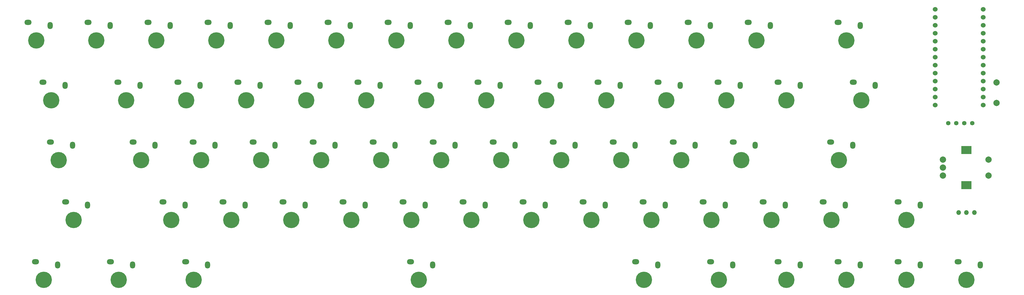
<source format=gts>
G04 #@! TF.GenerationSoftware,KiCad,Pcbnew,(5.1.12)-1*
G04 #@! TF.CreationDate,2023-09-29T20:02:25+09:00*
G04 #@! TF.ProjectId,JTNK66L,4a544e4b-3636-44c2-9e6b-696361645f70,rev?*
G04 #@! TF.SameCoordinates,Original*
G04 #@! TF.FileFunction,Soldermask,Top*
G04 #@! TF.FilePolarity,Negative*
%FSLAX46Y46*%
G04 Gerber Fmt 4.6, Leading zero omitted, Abs format (unit mm)*
G04 Created by KiCad (PCBNEW (5.1.12)-1) date 2023-09-29 20:02:25*
%MOMM*%
%LPD*%
G01*
G04 APERTURE LIST*
%ADD10O,1.650000X2.300000*%
%ADD11O,2.300000X1.650000*%
%ADD12C,5.200000*%
%ADD13C,2.000000*%
%ADD14R,3.200000X2.500000*%
%ADD15C,1.524000*%
%ADD16C,1.397000*%
%ADD17O,1.500000X1.500000*%
G04 APERTURE END LIST*
D10*
X328250000Y-100075000D03*
D11*
X321250000Y-99025000D03*
D12*
X323850000Y-104775000D03*
D13*
X330850000Y-71556200D03*
X330850000Y-66556200D03*
D14*
X323850000Y-74656200D03*
X323850000Y-63456200D03*
D13*
X316350000Y-71556200D03*
X316350000Y-69056200D03*
X316350000Y-66556200D03*
D15*
X313905400Y-18700800D03*
X329125400Y-18700800D03*
X329125400Y-21240800D03*
X329125400Y-23780800D03*
X329125400Y-26320800D03*
X329125400Y-28860800D03*
X329125400Y-31400800D03*
X329125400Y-33940800D03*
X329125400Y-36480800D03*
X329125400Y-39020800D03*
X329125400Y-41560800D03*
X329125400Y-44100800D03*
X329125400Y-46640800D03*
X329125400Y-49180800D03*
X313905400Y-49180800D03*
X313905400Y-46640800D03*
X313905400Y-44100800D03*
X313905400Y-41560800D03*
X313905400Y-39020800D03*
X313905400Y-36480800D03*
X313905400Y-33940800D03*
X313905400Y-31400800D03*
X313905400Y-28860800D03*
X313905400Y-26320800D03*
X313905400Y-23780800D03*
X313905400Y-21240800D03*
D13*
X333375000Y-48493800D03*
X333375000Y-41993800D03*
D10*
X309200000Y-100075000D03*
D11*
X302200000Y-99025000D03*
D12*
X304800000Y-104775000D03*
D10*
X309200000Y-81025000D03*
D11*
X302200000Y-79975000D03*
D12*
X304800000Y-85725000D03*
D10*
X294912000Y-42925000D03*
D11*
X287912000Y-41875000D03*
D12*
X290512000Y-47625000D03*
D10*
X290150000Y-23875000D03*
D11*
X283150000Y-22825000D03*
D12*
X285750000Y-28575000D03*
D10*
X290150000Y-100075000D03*
D11*
X283150000Y-99025000D03*
D12*
X285750000Y-104775000D03*
D10*
X285388000Y-81025000D03*
D11*
X278388000Y-79975000D03*
D12*
X280988000Y-85725000D03*
D10*
X287769000Y-61975000D03*
D11*
X280769000Y-60925000D03*
D12*
X283369000Y-66675000D03*
D10*
X271100000Y-42925000D03*
D11*
X264100000Y-41875000D03*
D12*
X266700000Y-47625000D03*
D10*
X261575000Y-23875000D03*
D11*
X254575000Y-22825000D03*
D12*
X257175000Y-28575000D03*
D10*
X271100000Y-100075000D03*
D11*
X264100000Y-99025000D03*
D12*
X266700000Y-104775000D03*
D10*
X266338000Y-81025000D03*
D11*
X259338000Y-79975000D03*
D12*
X261938000Y-85725000D03*
D10*
X256812000Y-61975000D03*
D11*
X249812000Y-60925000D03*
D12*
X252412000Y-66675000D03*
D10*
X252050000Y-42925000D03*
D11*
X245050000Y-41875000D03*
D12*
X247650000Y-47625000D03*
D10*
X242525000Y-23875000D03*
D11*
X235525000Y-22825000D03*
D12*
X238125000Y-28575000D03*
D10*
X249669000Y-100075000D03*
D11*
X242669000Y-99025000D03*
D12*
X245269000Y-104775000D03*
D10*
X247288000Y-81025000D03*
D11*
X240288000Y-79975000D03*
D12*
X242888000Y-85725000D03*
D10*
X237762000Y-61975000D03*
D11*
X230762000Y-60925000D03*
D12*
X233362000Y-66675000D03*
D10*
X233000000Y-42925000D03*
D11*
X226000000Y-41875000D03*
D12*
X228600000Y-47625000D03*
D10*
X223475000Y-23875000D03*
D11*
X216475000Y-22825000D03*
D12*
X219075000Y-28575000D03*
D10*
X225856000Y-100075000D03*
D11*
X218856000Y-99025000D03*
D12*
X221456000Y-104775000D03*
D10*
X228238000Y-81025000D03*
D11*
X221238000Y-79975000D03*
D12*
X223838000Y-85725000D03*
D10*
X218712000Y-61975000D03*
D11*
X211712000Y-60925000D03*
D12*
X214312000Y-66675000D03*
D10*
X213950000Y-42925000D03*
D11*
X206950000Y-41875000D03*
D12*
X209550000Y-47625000D03*
D10*
X204425000Y-23875000D03*
D11*
X197425000Y-22825000D03*
D12*
X200025000Y-28575000D03*
D10*
X209188000Y-81025000D03*
D11*
X202188000Y-79975000D03*
D12*
X204788000Y-85725000D03*
D10*
X199662000Y-61975000D03*
D11*
X192662000Y-60925000D03*
D12*
X195262000Y-66675000D03*
D10*
X194900000Y-42925000D03*
D11*
X187900000Y-41875000D03*
D12*
X190500000Y-47625000D03*
D10*
X185375000Y-23875000D03*
D11*
X178375000Y-22825000D03*
D12*
X180975000Y-28575000D03*
D10*
X190138000Y-81025000D03*
D11*
X183138000Y-79975000D03*
D12*
X185738000Y-85725000D03*
D10*
X180612000Y-61975000D03*
D11*
X173612000Y-60925000D03*
D12*
X176212000Y-66675000D03*
D10*
X175850000Y-42925000D03*
D11*
X168850000Y-41875000D03*
D12*
X171450000Y-47625000D03*
D10*
X166325000Y-23875000D03*
D11*
X159325000Y-22825000D03*
D12*
X161925000Y-28575000D03*
D10*
X171088000Y-81025000D03*
D11*
X164088000Y-79975000D03*
D12*
X166688000Y-85725000D03*
D10*
X161562000Y-61975000D03*
D11*
X154562000Y-60925000D03*
D12*
X157162000Y-66675000D03*
D10*
X156800000Y-42925000D03*
D11*
X149800000Y-41875000D03*
D12*
X152400000Y-47625000D03*
D10*
X147275000Y-23875000D03*
D11*
X140275000Y-22825000D03*
D12*
X142875000Y-28575000D03*
D10*
X152038000Y-81025000D03*
D11*
X145038000Y-79975000D03*
D12*
X147638000Y-85725000D03*
D10*
X142512000Y-61975000D03*
D11*
X135512000Y-60925000D03*
D12*
X138112000Y-66675000D03*
D10*
X137750000Y-42925000D03*
D11*
X130750000Y-41875000D03*
D12*
X133350000Y-47625000D03*
D10*
X128225000Y-23875000D03*
D11*
X121225000Y-22825000D03*
D12*
X123825000Y-28575000D03*
D10*
X132988000Y-81025000D03*
D11*
X125988000Y-79975000D03*
D12*
X128588000Y-85725000D03*
D10*
X123462000Y-61975000D03*
D11*
X116462000Y-60925000D03*
D12*
X119062000Y-66675000D03*
D10*
X118700000Y-42925000D03*
D11*
X111700000Y-41875000D03*
D12*
X114300000Y-47625000D03*
D10*
X109175000Y-23875000D03*
D11*
X102175000Y-22825000D03*
D12*
X104775000Y-28575000D03*
D10*
X154419000Y-100075000D03*
D11*
X147419000Y-99025000D03*
D12*
X150019000Y-104775000D03*
D10*
X113938000Y-81025000D03*
D11*
X106938000Y-79975000D03*
D12*
X109538000Y-85725000D03*
D10*
X104412000Y-61975000D03*
D11*
X97412000Y-60925000D03*
D12*
X100012000Y-66675000D03*
D10*
X99650000Y-42925000D03*
D11*
X92650000Y-41875000D03*
D12*
X95250000Y-47625000D03*
D10*
X90125000Y-23875000D03*
D11*
X83125000Y-22825000D03*
D12*
X85725000Y-28575000D03*
D10*
X82981200Y-100075000D03*
D11*
X75981200Y-99025000D03*
D12*
X78581200Y-104775000D03*
D10*
X94887500Y-81025000D03*
D11*
X87887500Y-79975000D03*
D12*
X90487500Y-85725000D03*
D10*
X85362500Y-61975000D03*
D11*
X78362500Y-60925000D03*
D12*
X80962500Y-66675000D03*
D10*
X80600000Y-42925000D03*
D11*
X73600000Y-41875000D03*
D12*
X76200000Y-47625000D03*
D10*
X71075000Y-23875000D03*
D11*
X64075000Y-22825000D03*
D12*
X66675000Y-28575000D03*
D10*
X59168800Y-100075000D03*
D11*
X52168800Y-99025000D03*
D12*
X54768800Y-104775000D03*
D10*
X75837500Y-81025000D03*
D11*
X68837500Y-79975000D03*
D12*
X71437500Y-85725000D03*
D10*
X66312500Y-61975000D03*
D11*
X59312500Y-60925000D03*
D12*
X61912500Y-66675000D03*
D10*
X61550000Y-42925000D03*
D11*
X54550000Y-41875000D03*
D12*
X57150000Y-47625000D03*
D10*
X52025000Y-23875000D03*
D11*
X45025000Y-22825000D03*
D12*
X47625000Y-28575000D03*
D10*
X35356200Y-100075000D03*
D11*
X28356200Y-99025000D03*
D12*
X30956200Y-104775000D03*
D10*
X44881200Y-81025000D03*
D11*
X37881200Y-79975000D03*
D12*
X40481200Y-85725000D03*
D10*
X40118800Y-61975000D03*
D11*
X33118800Y-60925000D03*
D12*
X35718800Y-66675000D03*
D10*
X37737500Y-42925000D03*
D11*
X30737500Y-41875000D03*
D12*
X33337500Y-47625000D03*
D10*
X32975000Y-23875000D03*
D11*
X25975000Y-22825000D03*
D12*
X28575000Y-28575000D03*
D16*
X325730000Y-54950000D03*
X323190000Y-54950000D03*
X320650000Y-54950000D03*
X318110000Y-54950000D03*
D17*
X321350000Y-83393800D03*
X323850000Y-83393800D03*
X326350000Y-83393800D03*
M02*

</source>
